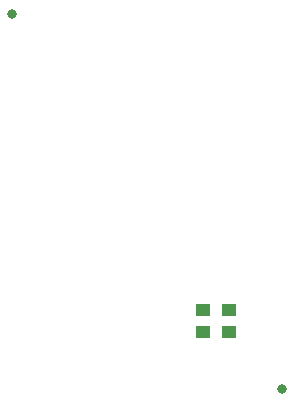
<source format=gbp>
G04 DipTrace 3.0.0.2*
G04 iota.GBP*
%MOMM*%
G04 #@! TF.FileFunction,Paste,Bot*
G04 #@! TF.Part,Single*
%ADD39C,0.8*%
%ADD57R,1.3X1.1*%
%FSLAX35Y35*%
G04*
G71*
G90*
G75*
G01*
G04 BotPaste*
%LPD*%
D57*
X2969629Y1604379D3*
Y1794379D3*
X2747379Y1604379D3*
Y1794379D3*
D39*
X3414129Y1128129D3*
X1128129Y4303129D3*
M02*

</source>
